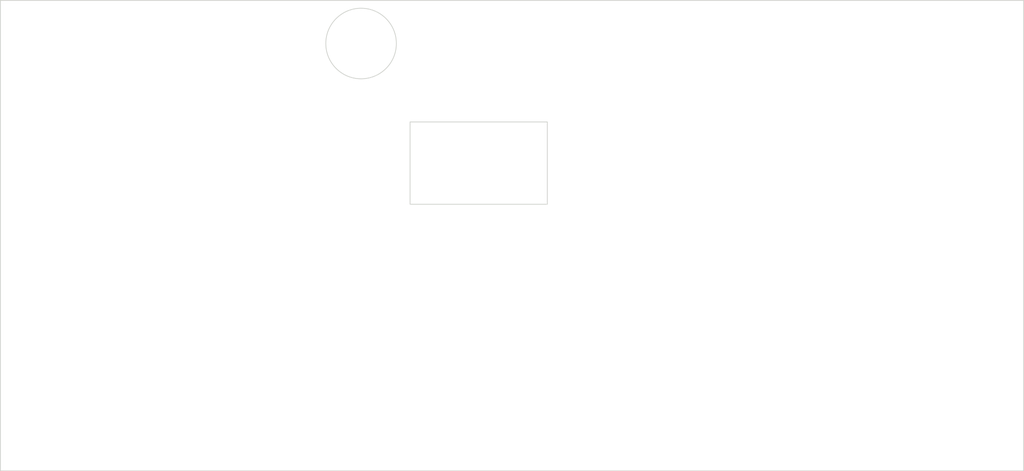
<source format=kicad_pcb>
(kicad_pcb (version 20211014) (generator pcbnew)

  (general
    (thickness 1.58)
  )

  (paper "A4")
  (layers
    (0 "F.Cu" signal)
    (31 "B.Cu" signal)
    (37 "F.SilkS" user "F.Silkscreen")
    (40 "Dwgs.User" user "User.Drawings")
    (41 "Cmts.User" user "User.Comments")
    (44 "Edge.Cuts" user)
    (45 "Margin" user)
    (46 "B.CrtYd" user "B.Courtyard")
    (47 "F.CrtYd" user "F.Courtyard")
    (48 "B.Fab" user)
    (49 "F.Fab" user)
  )

  (setup
    (stackup
      (layer "F.SilkS" (type "Top Silk Screen"))
      (layer "F.Cu" (type "copper") (thickness 0.035))
      (layer "dielectric 1" (type "core") (thickness 1.51) (material "FR4") (epsilon_r 4.5) (loss_tangent 0.02))
      (layer "B.Cu" (type "copper") (thickness 0.035))
      (copper_finish "None")
      (dielectric_constraints no)
    )
    (pad_to_mask_clearance 0)
    (pcbplotparams
      (layerselection 0x00010fc_ffffffff)
      (disableapertmacros false)
      (usegerberextensions false)
      (usegerberattributes true)
      (usegerberadvancedattributes true)
      (creategerberjobfile true)
      (svguseinch false)
      (svgprecision 6)
      (excludeedgelayer true)
      (plotframeref false)
      (viasonmask false)
      (mode 1)
      (useauxorigin false)
      (hpglpennumber 1)
      (hpglpenspeed 20)
      (hpglpendiameter 15.000000)
      (dxfpolygonmode true)
      (dxfimperialunits true)
      (dxfusepcbnewfont true)
      (psnegative false)
      (psa4output false)
      (plotreference true)
      (plotvalue true)
      (plotinvisibletext false)
      (sketchpadsonfab false)
      (subtractmaskfromsilk false)
      (outputformat 1)
      (mirror false)
      (drillshape 1)
      (scaleselection 1)
      (outputdirectory "")
    )
  )

  (net 0 "")

  (gr_rect (start 71.12 45.72) (end 71.12 45.72) (layer "F.Cu") (width 0.2) (fill none) (tstamp 4a51df37-de40-4719-b144-7c2251047f03))
  (gr_rect (start 114.5 41) (end 149.5 62) (layer "Edge.Cuts") (width 0.2) (fill none) (tstamp 85e75a9d-6b76-4599-840c-662c8818d547))
  (gr_circle (center 102 21) (end 111 21) (layer "Edge.Cuts") (width 0.2) (fill none) (tstamp df5244c1-32de-4592-8e3f-e51d8ca42239))
  (gr_rect (start 10 10) (end 271 130) (layer "Edge.Cuts") (width 0.2) (fill none) (tstamp fa399aa5-f440-4b2f-b00a-5b8a4b1f456a))

)

</source>
